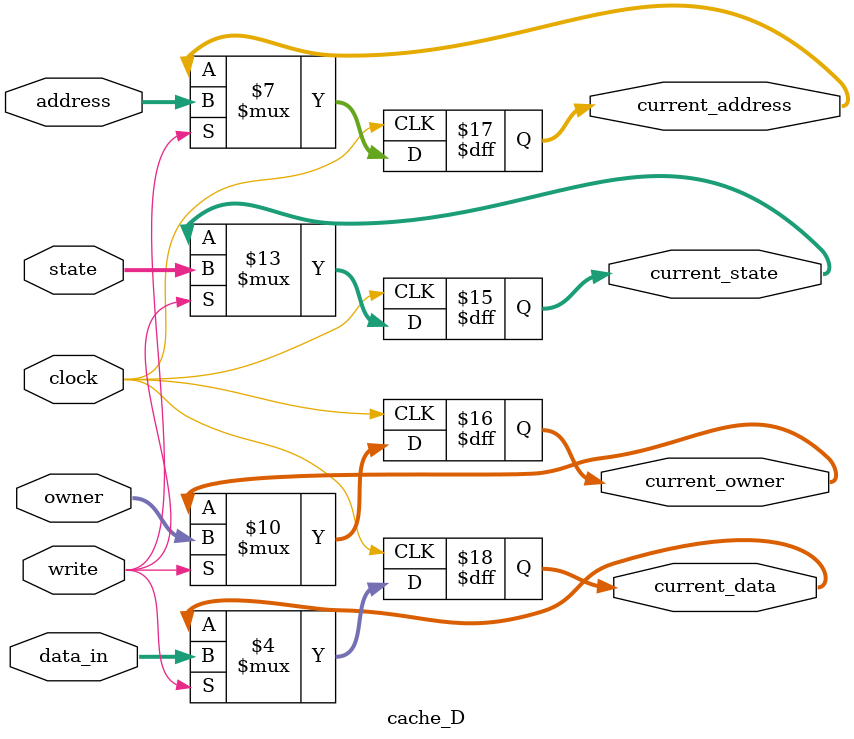
<source format=v>
module cache_D(
	clock,
	write,
	state,
	owner,
	address,
	data_in,
	current_state,
	current_owner,
	current_address,
	current_data
);

	input clock;
	input write;
	input [1:0] state;
	input [1:0] owner;
	input [2:0] address;
	input [3:0] data_in;
	
	output reg [1:0] current_state;
	output reg [1:0] current_owner;
	output reg [2:0] current_address;
	output reg [3:0] current_data;
	
	initial begin
		current_state = 2'b00; //D Invalid
		current_owner = 2'b00;
		current_address = 3'b000;
		current_data = 4'b0000;
	end
	
	always @(posedge clock)
	begin		
		if(write)
		begin
			current_state = state;
			current_owner = owner;
			current_address = address;
			current_data = data_in;
		end
	end
	

endmodule
</source>
